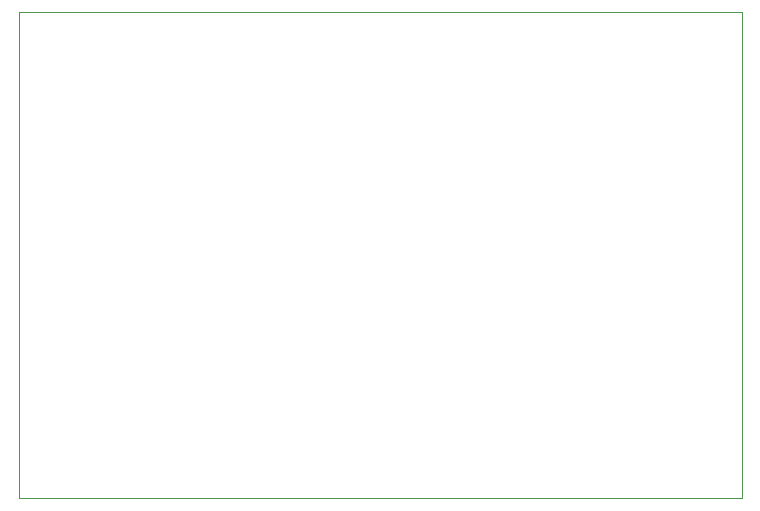
<source format=gm1>
G04 #@! TF.GenerationSoftware,KiCad,Pcbnew,6.0.11+dfsg-1*
G04 #@! TF.CreationDate,2024-04-10T09:55:10+02:00*
G04 #@! TF.ProjectId,Nehari_Chauveliere_kicad_TMS,4e656861-7269-45f4-9368-617576656c69,rev?*
G04 #@! TF.SameCoordinates,Original*
G04 #@! TF.FileFunction,Profile,NP*
%FSLAX46Y46*%
G04 Gerber Fmt 4.6, Leading zero omitted, Abs format (unit mm)*
G04 Created by KiCad (PCBNEW 6.0.11+dfsg-1) date 2024-04-10 09:55:10*
%MOMM*%
%LPD*%
G01*
G04 APERTURE LIST*
G04 #@! TA.AperFunction,Profile*
%ADD10C,0.100000*%
G04 #@! TD*
G04 APERTURE END LIST*
D10*
X199644000Y-64897000D02*
X138430000Y-64897000D01*
X138430000Y-64897000D02*
X138430000Y-106045000D01*
X138430000Y-106045000D02*
X199644000Y-106045000D01*
X199644000Y-106045000D02*
X199644000Y-64897000D01*
M02*

</source>
